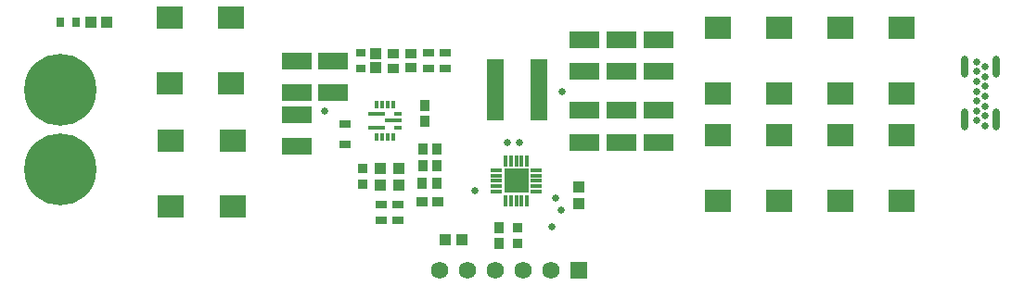
<source format=gbr>
%TF.GenerationSoftware,Altium Limited,Altium Designer,24.10.1 (45)*%
G04 Layer_Color=8388736*
%FSLAX45Y45*%
%MOMM*%
%TF.SameCoordinates,6B7C1C4C-1752-458E-A365-839E3CDA317C*%
%TF.FilePolarity,Negative*%
%TF.FileFunction,Soldermask,Top*%
%TF.Part,Single*%
G01*
G75*
%TA.AperFunction,SMDPad,CuDef*%
%ADD27R,0.95822X1.00650*%
%ADD28R,0.91213X0.95872*%
%ADD29R,1.00650X0.95822*%
%ADD30R,0.96822X1.00650*%
%ADD31R,1.10620X0.75620*%
%ADD32R,2.80415X1.50273*%
%ADD33R,2.33000X1.99000*%
%ADD55R,1.53000X5.58000*%
%ADD56R,0.33000X0.78000*%
%ADD57R,0.78000X0.38000*%
%ADD58R,1.58000X0.38000*%
%ADD59R,2.18000X2.18000*%
%ADD60R,0.33000X1.13000*%
%ADD61R,1.13000X0.33000*%
%ADD62C,0.68000*%
%ADD63R,1.03000X1.03000*%
%ADD64R,0.98000X0.78000*%
%ADD65R,1.03000X0.88000*%
%ADD66R,0.88000X1.03000*%
%ADD67R,1.03000X1.03000*%
%ADD68R,1.08000X0.98000*%
%ADD69R,0.93000X1.03000*%
%ADD70R,0.88000X0.68000*%
%ADD71R,0.68000X0.88000*%
%TA.AperFunction,ComponentPad*%
%ADD72O,0.68000X1.98000*%
%ADD73C,0.68000*%
%ADD74C,6.58000*%
%ADD75R,1.58000X1.58000*%
%ADD76C,1.58000*%
D27*
X11180000Y6207415D02*
D03*
Y6352586D02*
D03*
D28*
X11350000Y6207330D02*
D03*
Y6352671D02*
D03*
X9940000Y6747329D02*
D03*
Y6892671D02*
D03*
D29*
X10477414Y6590000D02*
D03*
X10622586D02*
D03*
D30*
X10510000Y7472586D02*
D03*
Y7327414D02*
D03*
D31*
X9780000Y7117500D02*
D03*
Y7302500D02*
D03*
D32*
X9340000Y7094980D02*
D03*
Y7385020D02*
D03*
Y7875020D02*
D03*
Y7584981D02*
D03*
X9670000Y7875020D02*
D03*
Y7584981D02*
D03*
X12640000Y8075019D02*
D03*
Y7784980D02*
D03*
X12300000Y8075019D02*
D03*
Y7784980D02*
D03*
X11960000Y8075019D02*
D03*
Y7784980D02*
D03*
X12640000Y7134980D02*
D03*
Y7425019D02*
D03*
X12300000Y7134980D02*
D03*
Y7425019D02*
D03*
X11960000Y7134980D02*
D03*
Y7425019D02*
D03*
D33*
X8190000Y7151000D02*
D03*
Y6549000D02*
D03*
X8179999Y7669000D02*
D03*
Y8271000D02*
D03*
X8739999Y7669000D02*
D03*
Y8271000D02*
D03*
X8750000Y7151000D02*
D03*
Y6549000D02*
D03*
X14859361Y7576059D02*
D03*
Y8178058D02*
D03*
X14299361Y7576059D02*
D03*
Y8178058D02*
D03*
X13739362Y7576059D02*
D03*
Y8178058D02*
D03*
X13179361Y7576059D02*
D03*
Y8178058D02*
D03*
X14860001Y7201000D02*
D03*
Y6599000D02*
D03*
X14300000Y7201000D02*
D03*
Y6599000D02*
D03*
X13739999Y7201000D02*
D03*
Y6599001D02*
D03*
X13180000Y7201000D02*
D03*
Y6599001D02*
D03*
D55*
X11550000Y7610000D02*
D03*
X11150000D02*
D03*
D56*
X10065000Y7475000D02*
D03*
X10115000D02*
D03*
X10165000D02*
D03*
X10215000D02*
D03*
Y7185000D02*
D03*
X10165000D02*
D03*
X10115000D02*
D03*
X10065000D02*
D03*
D57*
X10260000Y7395000D02*
D03*
Y7265000D02*
D03*
D58*
X10220000Y7330000D02*
D03*
X10062500Y7265000D02*
D03*
Y7395000D02*
D03*
D59*
X11340000Y6780000D02*
D03*
D60*
X11240000Y6962500D02*
D03*
X11290000D02*
D03*
X11340000D02*
D03*
X11390000D02*
D03*
X11440000D02*
D03*
Y6597500D02*
D03*
X11390000D02*
D03*
X11340000D02*
D03*
X11290000D02*
D03*
X11240000D02*
D03*
D61*
X11522500Y6880000D02*
D03*
Y6830000D02*
D03*
Y6780000D02*
D03*
Y6730000D02*
D03*
Y6680000D02*
D03*
X11157500D02*
D03*
Y6730000D02*
D03*
Y6780000D02*
D03*
Y6830000D02*
D03*
Y6880000D02*
D03*
D62*
X11700000Y6620000D02*
D03*
X11665813Y6363801D02*
D03*
X11750000Y6510000D02*
D03*
X11260000Y7130000D02*
D03*
X10960000Y6690000D02*
D03*
X11370000Y7130000D02*
D03*
X11760000Y7600000D02*
D03*
X9590000Y7420000D02*
D03*
D63*
X10695000Y6240000D02*
D03*
X10845000D02*
D03*
X7455000Y8230000D02*
D03*
X7605000D02*
D03*
D64*
X10540000Y7950000D02*
D03*
Y7810000D02*
D03*
X10110000Y6560000D02*
D03*
Y6420000D02*
D03*
X10260000Y6560000D02*
D03*
Y6420000D02*
D03*
X10690000Y7810000D02*
D03*
Y7950000D02*
D03*
D65*
X10220000Y7947500D02*
D03*
Y7812500D02*
D03*
X10380000Y7817500D02*
D03*
Y7942500D02*
D03*
D66*
X10612500Y6920000D02*
D03*
X10487500D02*
D03*
X10482500Y6760000D02*
D03*
X10617500D02*
D03*
D67*
X10100000Y6895000D02*
D03*
Y6745000D02*
D03*
X10270000Y6895000D02*
D03*
Y6745000D02*
D03*
X11910000Y6575000D02*
D03*
Y6725000D02*
D03*
D68*
X10060000Y7815000D02*
D03*
Y7945000D02*
D03*
D69*
X10485000Y7070000D02*
D03*
X10615000D02*
D03*
D70*
X9920000Y7807500D02*
D03*
Y7952500D02*
D03*
D71*
X7322500Y8230000D02*
D03*
X7177500D02*
D03*
D72*
X15437000Y7342502D02*
D03*
X15723000D02*
D03*
X15437000Y7824999D02*
D03*
X15723000D02*
D03*
D73*
X15619000Y7284999D02*
D03*
X15541000Y7870000D02*
D03*
Y7780000D02*
D03*
Y7690000D02*
D03*
Y7600000D02*
D03*
Y7509999D02*
D03*
Y7419999D02*
D03*
Y7329999D02*
D03*
X15619000Y7824999D02*
D03*
Y7734999D02*
D03*
Y7644999D02*
D03*
Y7554999D02*
D03*
Y7464999D02*
D03*
Y7374999D02*
D03*
D74*
X7180000Y6884230D02*
D03*
Y7615750D02*
D03*
D75*
X11912000Y5960000D02*
D03*
D76*
X11658000D02*
D03*
X11404000D02*
D03*
X11150000D02*
D03*
X10896000D02*
D03*
X10642000D02*
D03*
%TF.MD5,12502dd98dd3f735d9f6a6f196c78c5e*%
M02*

</source>
